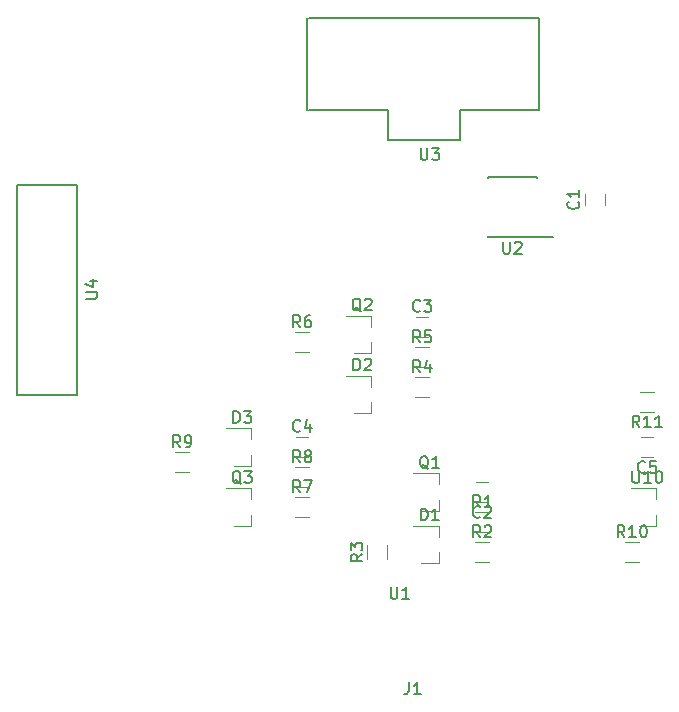
<source format=gbr>
G04 #@! TF.FileFunction,Legend,Top*
%FSLAX46Y46*%
G04 Gerber Fmt 4.6, Leading zero omitted, Abs format (unit mm)*
G04 Created by KiCad (PCBNEW 4.0.7) date 10/28/17 15:39:51*
%MOMM*%
%LPD*%
G01*
G04 APERTURE LIST*
%ADD10C,0.100000*%
%ADD11C,0.120000*%
%ADD12C,0.150000*%
G04 APERTURE END LIST*
D10*
D11*
X191555000Y-91575000D02*
X191555000Y-92575000D01*
X193255000Y-92575000D02*
X193255000Y-91575000D01*
X182380000Y-117690000D02*
X183380000Y-117690000D01*
X183380000Y-115990000D02*
X182380000Y-115990000D01*
X178300000Y-102020000D02*
X177300000Y-102020000D01*
X177300000Y-103720000D02*
X178300000Y-103720000D01*
X168140000Y-112180000D02*
X167140000Y-112180000D01*
X167140000Y-113880000D02*
X168140000Y-113880000D01*
X196350000Y-113880000D02*
X197350000Y-113880000D01*
X197350000Y-112180000D02*
X196350000Y-112180000D01*
X183480000Y-120260000D02*
X182280000Y-120260000D01*
X182280000Y-118500000D02*
X183480000Y-118500000D01*
X183480000Y-122800000D02*
X182280000Y-122800000D01*
X182280000Y-121040000D02*
X183480000Y-121040000D01*
X174870000Y-121320000D02*
X174870000Y-122520000D01*
X173110000Y-122520000D02*
X173110000Y-121320000D01*
X178400000Y-108830000D02*
X177200000Y-108830000D01*
X177200000Y-107070000D02*
X178400000Y-107070000D01*
X178400000Y-106290000D02*
X177200000Y-106290000D01*
X177200000Y-104530000D02*
X178400000Y-104530000D01*
X168240000Y-105020000D02*
X167040000Y-105020000D01*
X167040000Y-103260000D02*
X168240000Y-103260000D01*
X168240000Y-118990000D02*
X167040000Y-118990000D01*
X167040000Y-117230000D02*
X168240000Y-117230000D01*
X168240000Y-116450000D02*
X167040000Y-116450000D01*
X167040000Y-114690000D02*
X168240000Y-114690000D01*
X158080000Y-115180000D02*
X156880000Y-115180000D01*
X156880000Y-113420000D02*
X158080000Y-113420000D01*
X196180000Y-122800000D02*
X194980000Y-122800000D01*
X194980000Y-121040000D02*
X196180000Y-121040000D01*
X196250000Y-108340000D02*
X197450000Y-108340000D01*
X197450000Y-110100000D02*
X196250000Y-110100000D01*
D12*
X187495000Y-95285000D02*
X187495000Y-95235000D01*
X183345000Y-95285000D02*
X183345000Y-95140000D01*
X183345000Y-90135000D02*
X183345000Y-90280000D01*
X187495000Y-90135000D02*
X187495000Y-90280000D01*
X187495000Y-95285000D02*
X183345000Y-95285000D01*
X187495000Y-90135000D02*
X183345000Y-90135000D01*
X187495000Y-95235000D02*
X188895000Y-95235000D01*
X168185000Y-76685000D02*
X187685000Y-76685000D01*
X168545000Y-84455000D02*
X174895000Y-84455000D01*
X174895000Y-84455000D02*
X174895000Y-86995000D01*
X174895000Y-86995000D02*
X180975000Y-86995000D01*
X180975000Y-86995000D02*
X180975000Y-84455000D01*
X180975000Y-84455000D02*
X187685000Y-84455000D01*
X187685000Y-84455000D02*
X187685000Y-76685000D01*
X168095000Y-76685000D02*
X168095000Y-84455000D01*
X168185000Y-84455000D02*
X169545000Y-84455000D01*
D11*
X179195000Y-122865000D02*
X179195000Y-121935000D01*
X179195000Y-119705000D02*
X179195000Y-120635000D01*
X179195000Y-119705000D02*
X177035000Y-119705000D01*
X179195000Y-122865000D02*
X177735000Y-122865000D01*
X173480000Y-110165000D02*
X173480000Y-109235000D01*
X173480000Y-107005000D02*
X173480000Y-107935000D01*
X173480000Y-107005000D02*
X171320000Y-107005000D01*
X173480000Y-110165000D02*
X172020000Y-110165000D01*
X163320000Y-114610000D02*
X163320000Y-113680000D01*
X163320000Y-111450000D02*
X163320000Y-112380000D01*
X163320000Y-111450000D02*
X161160000Y-111450000D01*
X163320000Y-114610000D02*
X161860000Y-114610000D01*
X179195000Y-118420000D02*
X179195000Y-117490000D01*
X179195000Y-115260000D02*
X179195000Y-116190000D01*
X179195000Y-115260000D02*
X177035000Y-115260000D01*
X179195000Y-118420000D02*
X177735000Y-118420000D01*
X173480000Y-105085000D02*
X173480000Y-104155000D01*
X173480000Y-101925000D02*
X173480000Y-102855000D01*
X173480000Y-101925000D02*
X171320000Y-101925000D01*
X173480000Y-105085000D02*
X172020000Y-105085000D01*
X163320000Y-119690000D02*
X163320000Y-118760000D01*
X163320000Y-116530000D02*
X163320000Y-117460000D01*
X163320000Y-116530000D02*
X161160000Y-116530000D01*
X163320000Y-119690000D02*
X161860000Y-119690000D01*
D12*
X143510000Y-108585000D02*
X148590000Y-108585000D01*
X148590000Y-108585000D02*
X148590000Y-90805000D01*
X148590000Y-90805000D02*
X143510000Y-90805000D01*
X143510000Y-90805000D02*
X143510000Y-108585000D01*
D11*
X197610000Y-119690000D02*
X197610000Y-118760000D01*
X197610000Y-116530000D02*
X197610000Y-117460000D01*
X197610000Y-116530000D02*
X195450000Y-116530000D01*
X197610000Y-119690000D02*
X196150000Y-119690000D01*
D12*
X191012143Y-92241666D02*
X191059762Y-92289285D01*
X191107381Y-92432142D01*
X191107381Y-92527380D01*
X191059762Y-92670238D01*
X190964524Y-92765476D01*
X190869286Y-92813095D01*
X190678810Y-92860714D01*
X190535952Y-92860714D01*
X190345476Y-92813095D01*
X190250238Y-92765476D01*
X190155000Y-92670238D01*
X190107381Y-92527380D01*
X190107381Y-92432142D01*
X190155000Y-92289285D01*
X190202619Y-92241666D01*
X191107381Y-91289285D02*
X191107381Y-91860714D01*
X191107381Y-91575000D02*
X190107381Y-91575000D01*
X190250238Y-91670238D01*
X190345476Y-91765476D01*
X190393095Y-91860714D01*
X182713334Y-118947143D02*
X182665715Y-118994762D01*
X182522858Y-119042381D01*
X182427620Y-119042381D01*
X182284762Y-118994762D01*
X182189524Y-118899524D01*
X182141905Y-118804286D01*
X182094286Y-118613810D01*
X182094286Y-118470952D01*
X182141905Y-118280476D01*
X182189524Y-118185238D01*
X182284762Y-118090000D01*
X182427620Y-118042381D01*
X182522858Y-118042381D01*
X182665715Y-118090000D01*
X182713334Y-118137619D01*
X183094286Y-118137619D02*
X183141905Y-118090000D01*
X183237143Y-118042381D01*
X183475239Y-118042381D01*
X183570477Y-118090000D01*
X183618096Y-118137619D01*
X183665715Y-118232857D01*
X183665715Y-118328095D01*
X183618096Y-118470952D01*
X183046667Y-119042381D01*
X183665715Y-119042381D01*
X177633334Y-101477143D02*
X177585715Y-101524762D01*
X177442858Y-101572381D01*
X177347620Y-101572381D01*
X177204762Y-101524762D01*
X177109524Y-101429524D01*
X177061905Y-101334286D01*
X177014286Y-101143810D01*
X177014286Y-101000952D01*
X177061905Y-100810476D01*
X177109524Y-100715238D01*
X177204762Y-100620000D01*
X177347620Y-100572381D01*
X177442858Y-100572381D01*
X177585715Y-100620000D01*
X177633334Y-100667619D01*
X177966667Y-100572381D02*
X178585715Y-100572381D01*
X178252381Y-100953333D01*
X178395239Y-100953333D01*
X178490477Y-101000952D01*
X178538096Y-101048571D01*
X178585715Y-101143810D01*
X178585715Y-101381905D01*
X178538096Y-101477143D01*
X178490477Y-101524762D01*
X178395239Y-101572381D01*
X178109524Y-101572381D01*
X178014286Y-101524762D01*
X177966667Y-101477143D01*
X167473334Y-111637143D02*
X167425715Y-111684762D01*
X167282858Y-111732381D01*
X167187620Y-111732381D01*
X167044762Y-111684762D01*
X166949524Y-111589524D01*
X166901905Y-111494286D01*
X166854286Y-111303810D01*
X166854286Y-111160952D01*
X166901905Y-110970476D01*
X166949524Y-110875238D01*
X167044762Y-110780000D01*
X167187620Y-110732381D01*
X167282858Y-110732381D01*
X167425715Y-110780000D01*
X167473334Y-110827619D01*
X168330477Y-111065714D02*
X168330477Y-111732381D01*
X168092381Y-110684762D02*
X167854286Y-111399048D01*
X168473334Y-111399048D01*
X196683334Y-115137143D02*
X196635715Y-115184762D01*
X196492858Y-115232381D01*
X196397620Y-115232381D01*
X196254762Y-115184762D01*
X196159524Y-115089524D01*
X196111905Y-114994286D01*
X196064286Y-114803810D01*
X196064286Y-114660952D01*
X196111905Y-114470476D01*
X196159524Y-114375238D01*
X196254762Y-114280000D01*
X196397620Y-114232381D01*
X196492858Y-114232381D01*
X196635715Y-114280000D01*
X196683334Y-114327619D01*
X197588096Y-114232381D02*
X197111905Y-114232381D01*
X197064286Y-114708571D01*
X197111905Y-114660952D01*
X197207143Y-114613333D01*
X197445239Y-114613333D01*
X197540477Y-114660952D01*
X197588096Y-114708571D01*
X197635715Y-114803810D01*
X197635715Y-115041905D01*
X197588096Y-115137143D01*
X197540477Y-115184762D01*
X197445239Y-115232381D01*
X197207143Y-115232381D01*
X197111905Y-115184762D01*
X197064286Y-115137143D01*
X176676667Y-132952381D02*
X176676667Y-133666667D01*
X176629047Y-133809524D01*
X176533809Y-133904762D01*
X176390952Y-133952381D01*
X176295714Y-133952381D01*
X177676667Y-133952381D02*
X177105238Y-133952381D01*
X177390952Y-133952381D02*
X177390952Y-132952381D01*
X177295714Y-133095238D01*
X177200476Y-133190476D01*
X177105238Y-133238095D01*
X182713334Y-118132381D02*
X182380000Y-117656190D01*
X182141905Y-118132381D02*
X182141905Y-117132381D01*
X182522858Y-117132381D01*
X182618096Y-117180000D01*
X182665715Y-117227619D01*
X182713334Y-117322857D01*
X182713334Y-117465714D01*
X182665715Y-117560952D01*
X182618096Y-117608571D01*
X182522858Y-117656190D01*
X182141905Y-117656190D01*
X183665715Y-118132381D02*
X183094286Y-118132381D01*
X183380000Y-118132381D02*
X183380000Y-117132381D01*
X183284762Y-117275238D01*
X183189524Y-117370476D01*
X183094286Y-117418095D01*
X182713334Y-120672381D02*
X182380000Y-120196190D01*
X182141905Y-120672381D02*
X182141905Y-119672381D01*
X182522858Y-119672381D01*
X182618096Y-119720000D01*
X182665715Y-119767619D01*
X182713334Y-119862857D01*
X182713334Y-120005714D01*
X182665715Y-120100952D01*
X182618096Y-120148571D01*
X182522858Y-120196190D01*
X182141905Y-120196190D01*
X183094286Y-119767619D02*
X183141905Y-119720000D01*
X183237143Y-119672381D01*
X183475239Y-119672381D01*
X183570477Y-119720000D01*
X183618096Y-119767619D01*
X183665715Y-119862857D01*
X183665715Y-119958095D01*
X183618096Y-120100952D01*
X183046667Y-120672381D01*
X183665715Y-120672381D01*
X172742381Y-122086666D02*
X172266190Y-122420000D01*
X172742381Y-122658095D02*
X171742381Y-122658095D01*
X171742381Y-122277142D01*
X171790000Y-122181904D01*
X171837619Y-122134285D01*
X171932857Y-122086666D01*
X172075714Y-122086666D01*
X172170952Y-122134285D01*
X172218571Y-122181904D01*
X172266190Y-122277142D01*
X172266190Y-122658095D01*
X171742381Y-121753333D02*
X171742381Y-121134285D01*
X172123333Y-121467619D01*
X172123333Y-121324761D01*
X172170952Y-121229523D01*
X172218571Y-121181904D01*
X172313810Y-121134285D01*
X172551905Y-121134285D01*
X172647143Y-121181904D01*
X172694762Y-121229523D01*
X172742381Y-121324761D01*
X172742381Y-121610476D01*
X172694762Y-121705714D01*
X172647143Y-121753333D01*
X177633334Y-106702381D02*
X177300000Y-106226190D01*
X177061905Y-106702381D02*
X177061905Y-105702381D01*
X177442858Y-105702381D01*
X177538096Y-105750000D01*
X177585715Y-105797619D01*
X177633334Y-105892857D01*
X177633334Y-106035714D01*
X177585715Y-106130952D01*
X177538096Y-106178571D01*
X177442858Y-106226190D01*
X177061905Y-106226190D01*
X178490477Y-106035714D02*
X178490477Y-106702381D01*
X178252381Y-105654762D02*
X178014286Y-106369048D01*
X178633334Y-106369048D01*
X177633334Y-104162381D02*
X177300000Y-103686190D01*
X177061905Y-104162381D02*
X177061905Y-103162381D01*
X177442858Y-103162381D01*
X177538096Y-103210000D01*
X177585715Y-103257619D01*
X177633334Y-103352857D01*
X177633334Y-103495714D01*
X177585715Y-103590952D01*
X177538096Y-103638571D01*
X177442858Y-103686190D01*
X177061905Y-103686190D01*
X178538096Y-103162381D02*
X178061905Y-103162381D01*
X178014286Y-103638571D01*
X178061905Y-103590952D01*
X178157143Y-103543333D01*
X178395239Y-103543333D01*
X178490477Y-103590952D01*
X178538096Y-103638571D01*
X178585715Y-103733810D01*
X178585715Y-103971905D01*
X178538096Y-104067143D01*
X178490477Y-104114762D01*
X178395239Y-104162381D01*
X178157143Y-104162381D01*
X178061905Y-104114762D01*
X178014286Y-104067143D01*
X167473334Y-102892381D02*
X167140000Y-102416190D01*
X166901905Y-102892381D02*
X166901905Y-101892381D01*
X167282858Y-101892381D01*
X167378096Y-101940000D01*
X167425715Y-101987619D01*
X167473334Y-102082857D01*
X167473334Y-102225714D01*
X167425715Y-102320952D01*
X167378096Y-102368571D01*
X167282858Y-102416190D01*
X166901905Y-102416190D01*
X168330477Y-101892381D02*
X168140000Y-101892381D01*
X168044762Y-101940000D01*
X167997143Y-101987619D01*
X167901905Y-102130476D01*
X167854286Y-102320952D01*
X167854286Y-102701905D01*
X167901905Y-102797143D01*
X167949524Y-102844762D01*
X168044762Y-102892381D01*
X168235239Y-102892381D01*
X168330477Y-102844762D01*
X168378096Y-102797143D01*
X168425715Y-102701905D01*
X168425715Y-102463810D01*
X168378096Y-102368571D01*
X168330477Y-102320952D01*
X168235239Y-102273333D01*
X168044762Y-102273333D01*
X167949524Y-102320952D01*
X167901905Y-102368571D01*
X167854286Y-102463810D01*
X167473334Y-116862381D02*
X167140000Y-116386190D01*
X166901905Y-116862381D02*
X166901905Y-115862381D01*
X167282858Y-115862381D01*
X167378096Y-115910000D01*
X167425715Y-115957619D01*
X167473334Y-116052857D01*
X167473334Y-116195714D01*
X167425715Y-116290952D01*
X167378096Y-116338571D01*
X167282858Y-116386190D01*
X166901905Y-116386190D01*
X167806667Y-115862381D02*
X168473334Y-115862381D01*
X168044762Y-116862381D01*
X167473334Y-114322381D02*
X167140000Y-113846190D01*
X166901905Y-114322381D02*
X166901905Y-113322381D01*
X167282858Y-113322381D01*
X167378096Y-113370000D01*
X167425715Y-113417619D01*
X167473334Y-113512857D01*
X167473334Y-113655714D01*
X167425715Y-113750952D01*
X167378096Y-113798571D01*
X167282858Y-113846190D01*
X166901905Y-113846190D01*
X168044762Y-113750952D02*
X167949524Y-113703333D01*
X167901905Y-113655714D01*
X167854286Y-113560476D01*
X167854286Y-113512857D01*
X167901905Y-113417619D01*
X167949524Y-113370000D01*
X168044762Y-113322381D01*
X168235239Y-113322381D01*
X168330477Y-113370000D01*
X168378096Y-113417619D01*
X168425715Y-113512857D01*
X168425715Y-113560476D01*
X168378096Y-113655714D01*
X168330477Y-113703333D01*
X168235239Y-113750952D01*
X168044762Y-113750952D01*
X167949524Y-113798571D01*
X167901905Y-113846190D01*
X167854286Y-113941429D01*
X167854286Y-114131905D01*
X167901905Y-114227143D01*
X167949524Y-114274762D01*
X168044762Y-114322381D01*
X168235239Y-114322381D01*
X168330477Y-114274762D01*
X168378096Y-114227143D01*
X168425715Y-114131905D01*
X168425715Y-113941429D01*
X168378096Y-113846190D01*
X168330477Y-113798571D01*
X168235239Y-113750952D01*
X157313334Y-113052381D02*
X156980000Y-112576190D01*
X156741905Y-113052381D02*
X156741905Y-112052381D01*
X157122858Y-112052381D01*
X157218096Y-112100000D01*
X157265715Y-112147619D01*
X157313334Y-112242857D01*
X157313334Y-112385714D01*
X157265715Y-112480952D01*
X157218096Y-112528571D01*
X157122858Y-112576190D01*
X156741905Y-112576190D01*
X157789524Y-113052381D02*
X157980000Y-113052381D01*
X158075239Y-113004762D01*
X158122858Y-112957143D01*
X158218096Y-112814286D01*
X158265715Y-112623810D01*
X158265715Y-112242857D01*
X158218096Y-112147619D01*
X158170477Y-112100000D01*
X158075239Y-112052381D01*
X157884762Y-112052381D01*
X157789524Y-112100000D01*
X157741905Y-112147619D01*
X157694286Y-112242857D01*
X157694286Y-112480952D01*
X157741905Y-112576190D01*
X157789524Y-112623810D01*
X157884762Y-112671429D01*
X158075239Y-112671429D01*
X158170477Y-112623810D01*
X158218096Y-112576190D01*
X158265715Y-112480952D01*
X194937143Y-120672381D02*
X194603809Y-120196190D01*
X194365714Y-120672381D02*
X194365714Y-119672381D01*
X194746667Y-119672381D01*
X194841905Y-119720000D01*
X194889524Y-119767619D01*
X194937143Y-119862857D01*
X194937143Y-120005714D01*
X194889524Y-120100952D01*
X194841905Y-120148571D01*
X194746667Y-120196190D01*
X194365714Y-120196190D01*
X195889524Y-120672381D02*
X195318095Y-120672381D01*
X195603809Y-120672381D02*
X195603809Y-119672381D01*
X195508571Y-119815238D01*
X195413333Y-119910476D01*
X195318095Y-119958095D01*
X196508571Y-119672381D02*
X196603810Y-119672381D01*
X196699048Y-119720000D01*
X196746667Y-119767619D01*
X196794286Y-119862857D01*
X196841905Y-120053333D01*
X196841905Y-120291429D01*
X196794286Y-120481905D01*
X196746667Y-120577143D01*
X196699048Y-120624762D01*
X196603810Y-120672381D01*
X196508571Y-120672381D01*
X196413333Y-120624762D01*
X196365714Y-120577143D01*
X196318095Y-120481905D01*
X196270476Y-120291429D01*
X196270476Y-120053333D01*
X196318095Y-119862857D01*
X196365714Y-119767619D01*
X196413333Y-119720000D01*
X196508571Y-119672381D01*
X196207143Y-111372381D02*
X195873809Y-110896190D01*
X195635714Y-111372381D02*
X195635714Y-110372381D01*
X196016667Y-110372381D01*
X196111905Y-110420000D01*
X196159524Y-110467619D01*
X196207143Y-110562857D01*
X196207143Y-110705714D01*
X196159524Y-110800952D01*
X196111905Y-110848571D01*
X196016667Y-110896190D01*
X195635714Y-110896190D01*
X197159524Y-111372381D02*
X196588095Y-111372381D01*
X196873809Y-111372381D02*
X196873809Y-110372381D01*
X196778571Y-110515238D01*
X196683333Y-110610476D01*
X196588095Y-110658095D01*
X198111905Y-111372381D02*
X197540476Y-111372381D01*
X197826190Y-111372381D02*
X197826190Y-110372381D01*
X197730952Y-110515238D01*
X197635714Y-110610476D01*
X197540476Y-110658095D01*
X175140095Y-124887381D02*
X175140095Y-125696905D01*
X175187714Y-125792143D01*
X175235333Y-125839762D01*
X175330571Y-125887381D01*
X175521048Y-125887381D01*
X175616286Y-125839762D01*
X175663905Y-125792143D01*
X175711524Y-125696905D01*
X175711524Y-124887381D01*
X176711524Y-125887381D02*
X176140095Y-125887381D01*
X176425809Y-125887381D02*
X176425809Y-124887381D01*
X176330571Y-125030238D01*
X176235333Y-125125476D01*
X176140095Y-125173095D01*
X184658095Y-95662381D02*
X184658095Y-96471905D01*
X184705714Y-96567143D01*
X184753333Y-96614762D01*
X184848571Y-96662381D01*
X185039048Y-96662381D01*
X185134286Y-96614762D01*
X185181905Y-96567143D01*
X185229524Y-96471905D01*
X185229524Y-95662381D01*
X185658095Y-95757619D02*
X185705714Y-95710000D01*
X185800952Y-95662381D01*
X186039048Y-95662381D01*
X186134286Y-95710000D01*
X186181905Y-95757619D01*
X186229524Y-95852857D01*
X186229524Y-95948095D01*
X186181905Y-96090952D01*
X185610476Y-96662381D01*
X186229524Y-96662381D01*
X177673095Y-87717381D02*
X177673095Y-88526905D01*
X177720714Y-88622143D01*
X177768333Y-88669762D01*
X177863571Y-88717381D01*
X178054048Y-88717381D01*
X178149286Y-88669762D01*
X178196905Y-88622143D01*
X178244524Y-88526905D01*
X178244524Y-87717381D01*
X178625476Y-87717381D02*
X179244524Y-87717381D01*
X178911190Y-88098333D01*
X179054048Y-88098333D01*
X179149286Y-88145952D01*
X179196905Y-88193571D01*
X179244524Y-88288810D01*
X179244524Y-88526905D01*
X179196905Y-88622143D01*
X179149286Y-88669762D01*
X179054048Y-88717381D01*
X178768333Y-88717381D01*
X178673095Y-88669762D01*
X178625476Y-88622143D01*
X177696905Y-119237381D02*
X177696905Y-118237381D01*
X177935000Y-118237381D01*
X178077858Y-118285000D01*
X178173096Y-118380238D01*
X178220715Y-118475476D01*
X178268334Y-118665952D01*
X178268334Y-118808810D01*
X178220715Y-118999286D01*
X178173096Y-119094524D01*
X178077858Y-119189762D01*
X177935000Y-119237381D01*
X177696905Y-119237381D01*
X179220715Y-119237381D02*
X178649286Y-119237381D01*
X178935000Y-119237381D02*
X178935000Y-118237381D01*
X178839762Y-118380238D01*
X178744524Y-118475476D01*
X178649286Y-118523095D01*
X171981905Y-106537381D02*
X171981905Y-105537381D01*
X172220000Y-105537381D01*
X172362858Y-105585000D01*
X172458096Y-105680238D01*
X172505715Y-105775476D01*
X172553334Y-105965952D01*
X172553334Y-106108810D01*
X172505715Y-106299286D01*
X172458096Y-106394524D01*
X172362858Y-106489762D01*
X172220000Y-106537381D01*
X171981905Y-106537381D01*
X172934286Y-105632619D02*
X172981905Y-105585000D01*
X173077143Y-105537381D01*
X173315239Y-105537381D01*
X173410477Y-105585000D01*
X173458096Y-105632619D01*
X173505715Y-105727857D01*
X173505715Y-105823095D01*
X173458096Y-105965952D01*
X172886667Y-106537381D01*
X173505715Y-106537381D01*
X161821905Y-110982381D02*
X161821905Y-109982381D01*
X162060000Y-109982381D01*
X162202858Y-110030000D01*
X162298096Y-110125238D01*
X162345715Y-110220476D01*
X162393334Y-110410952D01*
X162393334Y-110553810D01*
X162345715Y-110744286D01*
X162298096Y-110839524D01*
X162202858Y-110934762D01*
X162060000Y-110982381D01*
X161821905Y-110982381D01*
X162726667Y-109982381D02*
X163345715Y-109982381D01*
X163012381Y-110363333D01*
X163155239Y-110363333D01*
X163250477Y-110410952D01*
X163298096Y-110458571D01*
X163345715Y-110553810D01*
X163345715Y-110791905D01*
X163298096Y-110887143D01*
X163250477Y-110934762D01*
X163155239Y-110982381D01*
X162869524Y-110982381D01*
X162774286Y-110934762D01*
X162726667Y-110887143D01*
X178339762Y-114887619D02*
X178244524Y-114840000D01*
X178149286Y-114744762D01*
X178006429Y-114601905D01*
X177911190Y-114554286D01*
X177815952Y-114554286D01*
X177863571Y-114792381D02*
X177768333Y-114744762D01*
X177673095Y-114649524D01*
X177625476Y-114459048D01*
X177625476Y-114125714D01*
X177673095Y-113935238D01*
X177768333Y-113840000D01*
X177863571Y-113792381D01*
X178054048Y-113792381D01*
X178149286Y-113840000D01*
X178244524Y-113935238D01*
X178292143Y-114125714D01*
X178292143Y-114459048D01*
X178244524Y-114649524D01*
X178149286Y-114744762D01*
X178054048Y-114792381D01*
X177863571Y-114792381D01*
X179244524Y-114792381D02*
X178673095Y-114792381D01*
X178958809Y-114792381D02*
X178958809Y-113792381D01*
X178863571Y-113935238D01*
X178768333Y-114030476D01*
X178673095Y-114078095D01*
X172624762Y-101552619D02*
X172529524Y-101505000D01*
X172434286Y-101409762D01*
X172291429Y-101266905D01*
X172196190Y-101219286D01*
X172100952Y-101219286D01*
X172148571Y-101457381D02*
X172053333Y-101409762D01*
X171958095Y-101314524D01*
X171910476Y-101124048D01*
X171910476Y-100790714D01*
X171958095Y-100600238D01*
X172053333Y-100505000D01*
X172148571Y-100457381D01*
X172339048Y-100457381D01*
X172434286Y-100505000D01*
X172529524Y-100600238D01*
X172577143Y-100790714D01*
X172577143Y-101124048D01*
X172529524Y-101314524D01*
X172434286Y-101409762D01*
X172339048Y-101457381D01*
X172148571Y-101457381D01*
X172958095Y-100552619D02*
X173005714Y-100505000D01*
X173100952Y-100457381D01*
X173339048Y-100457381D01*
X173434286Y-100505000D01*
X173481905Y-100552619D01*
X173529524Y-100647857D01*
X173529524Y-100743095D01*
X173481905Y-100885952D01*
X172910476Y-101457381D01*
X173529524Y-101457381D01*
X162464762Y-116157619D02*
X162369524Y-116110000D01*
X162274286Y-116014762D01*
X162131429Y-115871905D01*
X162036190Y-115824286D01*
X161940952Y-115824286D01*
X161988571Y-116062381D02*
X161893333Y-116014762D01*
X161798095Y-115919524D01*
X161750476Y-115729048D01*
X161750476Y-115395714D01*
X161798095Y-115205238D01*
X161893333Y-115110000D01*
X161988571Y-115062381D01*
X162179048Y-115062381D01*
X162274286Y-115110000D01*
X162369524Y-115205238D01*
X162417143Y-115395714D01*
X162417143Y-115729048D01*
X162369524Y-115919524D01*
X162274286Y-116014762D01*
X162179048Y-116062381D01*
X161988571Y-116062381D01*
X162750476Y-115062381D02*
X163369524Y-115062381D01*
X163036190Y-115443333D01*
X163179048Y-115443333D01*
X163274286Y-115490952D01*
X163321905Y-115538571D01*
X163369524Y-115633810D01*
X163369524Y-115871905D01*
X163321905Y-115967143D01*
X163274286Y-116014762D01*
X163179048Y-116062381D01*
X162893333Y-116062381D01*
X162798095Y-116014762D01*
X162750476Y-115967143D01*
X149312381Y-100456905D02*
X150121905Y-100456905D01*
X150217143Y-100409286D01*
X150264762Y-100361667D01*
X150312381Y-100266429D01*
X150312381Y-100075952D01*
X150264762Y-99980714D01*
X150217143Y-99933095D01*
X150121905Y-99885476D01*
X149312381Y-99885476D01*
X149645714Y-98980714D02*
X150312381Y-98980714D01*
X149264762Y-99218810D02*
X149979048Y-99456905D01*
X149979048Y-98837857D01*
X195611905Y-115062381D02*
X195611905Y-115871905D01*
X195659524Y-115967143D01*
X195707143Y-116014762D01*
X195802381Y-116062381D01*
X195992858Y-116062381D01*
X196088096Y-116014762D01*
X196135715Y-115967143D01*
X196183334Y-115871905D01*
X196183334Y-115062381D01*
X197183334Y-116062381D02*
X196611905Y-116062381D01*
X196897619Y-116062381D02*
X196897619Y-115062381D01*
X196802381Y-115205238D01*
X196707143Y-115300476D01*
X196611905Y-115348095D01*
X197802381Y-115062381D02*
X197897620Y-115062381D01*
X197992858Y-115110000D01*
X198040477Y-115157619D01*
X198088096Y-115252857D01*
X198135715Y-115443333D01*
X198135715Y-115681429D01*
X198088096Y-115871905D01*
X198040477Y-115967143D01*
X197992858Y-116014762D01*
X197897620Y-116062381D01*
X197802381Y-116062381D01*
X197707143Y-116014762D01*
X197659524Y-115967143D01*
X197611905Y-115871905D01*
X197564286Y-115681429D01*
X197564286Y-115443333D01*
X197611905Y-115252857D01*
X197659524Y-115157619D01*
X197707143Y-115110000D01*
X197802381Y-115062381D01*
M02*

</source>
